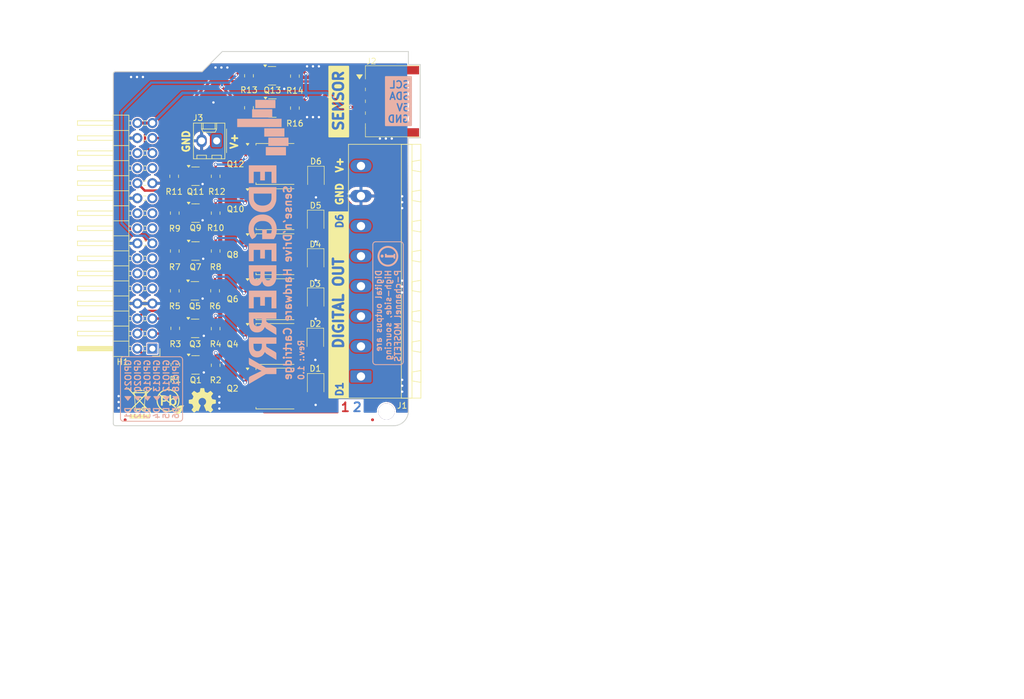
<source format=kicad_pcb>
(kicad_pcb (version 20240108) (generator "pcbnew") (generator_version "8.0")
  (layers (0 "F.Cu" signal) (31 "B.Cu" signal) (34 "B.Paste" user) (35 "F.Paste" user) (36 "B.SilkS" user "B.Silkscreen") (37 "F.SilkS" user "F.Silkscreen") (38 "B.Mask" user) (39 "F.Mask" user) (44 "Edge.Cuts" user))
  (net 0 "")
  (net 4 "SCL")
  (net 5 "SDA")
  (net 6 "+5V")
  (net 11 "SCL_5v")
  (net 12 "SDA_5v")
  (net 13 "+3V3")
  (net 18 "GND")
  (net 23 "Digital_out_1")
  (net 24 "Net-(Q1-C)")
  (net 25 "Net-(Q1-B)")
  (net 26 "+24V")
  (net 27 "DOUT_1")
  (net 28 "Net-(Q3-B)")
  (net 29 "Net-(Q3-C)")
  (net 30 "Net-(Q5-C)")
  (net 31 "Net-(Q5-B)")
  (net 32 "Net-(Q7-B)")
  (net 33 "Net-(Q10-G)")
  (net 34 "Net-(Q7-C)")
  (net 35 "Net-(Q11-C)")
  (net 36 "Net-(Q11-B)")
  (net 37 "Net-(Q9-B)")
  (net 38 "Digital_out_5")
  (net 39 "Digital_out_6")
  (net 40 "Digital_out_2")
  (net 41 "Digital_out_4")
  (net 42 "Digital_out_3")
  (net 43 "DOUT_2")
  (net 44 "DOUT_3")
  (net 45 "DOUT_4")
  (net 46 "DOUT_5")
  (net 47 "DOUT_6")
  (footprint "emcosys:Hole_M2.5_small" (layer "F.Cu") (at 171.3 132.6)
    (property "Reference" "REF**" (hide yes))
    (property "Value" "Hole_M2.5_small" (hide yes))
  )
  (footprint "Resistor_SMD:R_0805_2012Metric" (layer "F.Cu") (at 155.85 81.35 -90)
    (property "Reference" "R16")
    (property "Value" "10k")
  )
  (footprint "Resistor_SMD:R_0805_2012Metric" (layer "F.Cu") (at 142.475 92.865 90)
    (property "Reference" "R12")
    (property "Value" "22k")
  )
  (footprint "Resistor_SMD:R_0805_2012Metric" (layer "F.Cu") (at 135.575 105.4875 90)
    (property "Reference" "R7")
    (property "Value" "3k3")
  )
  (footprint "emcosys:S1BL_diode" (layer "F.Cu") (at 159.35 114.2265)
    (property "Reference" "D3")
    (property "Value" "S1BL")
  )
  (footprint "Connector_Molex:Molex_KK-254_AE-6410-02A_1x02_P2.54mm_Vertical" (layer "F.Cu") (at 142.645 86.88 180)
    (property "Reference" "J3")
    (property "Value" "Conn_01x02_Pin" (hide yes))
  )
  (footprint "" (layer "F.Cu") (at 168.95 134)
    (property "Reference" "")
    (property "Value" "")
  )
  (footprint "Package_TO_SOT_SMD:SOT-23" (layer "F.Cu") (at 139.075 92.865)
    (property "Reference" "Q11")
    (property "Value" "BC847")
  )
  (footprint "Connector_Phoenix_MSTB:PhoenixContact_MSTBA_2,5_8-G-5,08_1x08_P5.08mm_Horizontal" (layer "F.Cu") (at 167 126.68 90)
    (property "Reference" "J1")
    (property "Value" "Screw_Terminal_01x08")
  )
  (footprint "emcosys:Grove_SMD_right_angle" (layer "F.Cu") (at 175.5 80.2)
    (property "Reference" "J2")
    (property "Value" "Grove")
  )
  (footprint "Package_TO_SOT_SMD:TO-252-2" (layer "F.Cu") (at 152.59 128.7125)
    (property "Reference" "Q2")
    (property "Value" "FQD17P06TM")
  )
  (footprint "emcosys:S1BL_diode" (layer "F.Cu") (at 159.4 93.6765)
    (property "Reference" "D6")
    (property "Value" "S1BL")
  )
  (footprint "Fiducial:Fiducial_0.5mm_Mask1.5mm" (layer "F.Cu") (at 127.2 134)
    (property "Reference" "REF**" (hide yes))
    (property "Value" "Fiducial_0.5mm_Mask1.5mm" (hide yes))
  )
  (footprint "Package_TO_SOT_SMD:TO-252-2" (layer "F.Cu") (at 152.59 90.79)
    (property "Reference" "Q12")
    (property "Value" "FQD17P06TM" (hide yes))
  )
  (footprint "Resistor_SMD:R_0805_2012Metric" (layer "F.Cu") (at 142.475 99.0875 90)
    (property "Reference" "R10")
    (property "Value" "22k")
  )
  (footprint "Package_TO_SOT_SMD:SOT-23" (layer "F.Cu") (at 139.075 105.4875)
    (property "Reference" "Q7")
    (property "Value" "BC847")
  )
  (footprint "Resistor_SMD:R_0805_2012Metric" (layer "F.Cu") (at 135.65 118.55 90)
    (property "Reference" "R3")
    (property "Value" "3k3")
  )
  (footprint "Resistor_SMD:R_0805_2012Metric" (layer "F.Cu") (at 148.1 75.9 -90)
    (property "Reference" "R13")
    (property "Value" "10k")
  )
  (footprint "Resistor_SMD:R_0805_2012Metric" (layer "F.Cu") (at 135.675 124.7 90)
    (property "Reference" "R1")
    (property "Value" "3k3")
  )
  (footprint "Resistor_SMD:R_0805_2012Metric" (layer "F.Cu") (at 135.575 112.2125 90)
    (property "Reference" "R5")
    (property "Value" "3k3")
  )
  (footprint "Package_TO_SOT_SMD:SOT-23" (layer "F.Cu") (at 139.075 99.0875)
    (property "Reference" "Q9")
    (property "Value" "BC847")
  )
  (footprint "LOGO" (layer "F.Cu") (at 134.85 131.1)
    (property "Reference" "G***" (hide yes))
    (property "Value" "LOGO" (hide yes))
  )
  (footprint "emcosys:S1BL_diode" (layer "F.Cu") (at 159.35 107.6)
    (property "Reference" "D4")
    (property "Value" "S1BL")
  )
  (footprint "LOGO" (layer "F.Cu") (at 129.65 130.7)
    (property "Reference" "G***" (hide yes))
    (property "Value" "LOGO" (hide yes))
  )
  (footprint "emcosys:S1BL_diode" (layer "F.Cu") (at 159.35 128.6825)
    (property "Reference" "D1")
    (property "Value" "S1BL")
  )
  (footprint "Package_TO_SOT_SMD:TO-252-2" (layer "F.Cu") (at 152.59 113.63)
    (property "Reference" "Q6")
    (property "Value" "FQD17P06TM" (hide yes))
  )
  (footprint "Package_TO_SOT_SMD:TO-252-2" (layer "F.Cu") (at 152.59 121.19)
    (property "Reference" "Q4")
    (property "Value" "FQD17P06TM" (hide yes))
  )
  (footprint "Resistor_SMD:R_0805_2012Metric" (layer "F.Cu") (at 135.575 99.0875 90)
    (property "Reference" "R9")
    (property "Value" "3k3")
  )
  (footprint "Resistor_SMD:R_0805_2012Metric" (layer "F.Cu") (at 142.475 124.7875 90)
    (property "Reference" "R2")
    (property "Value" "22k")
  )
  (footprint "Package_TO_SOT_SMD:SOT-23" (layer "F.Cu") (at 139.0125 118.55)
    (property "Reference" "Q3")
    (property "Value" "BC847")
  )
  (footprint "LOGO" (layer "F.Cu") (at 140.2 130.7)
    (property "Reference" "G***" (hide yes))
    (property "Value" "LOGO" (hide yes))
  )
  (footprint "Resistor_SMD:R_0805_2012Metric" (layer "F.Cu") (at 155.85 75.95 -90)
    (property "Reference" "R14")
    (property "Value" "10k")
  )
  (footprint "Package_TO_SOT_SMD:TO-252-2" (layer "F.Cu") (at 152.59 106.03)
    (property "Reference" "Q8")
    (property "Value" "FQD17P06TM" (hide yes))
  )
  (footprint "emcosys:S1BL_diode" (layer "F.Cu") (at 159.35 101.0825)
    (property "Reference" "D5")
    (property "Value" "S1BL")
  )
  (footprint "Package_TO_SOT_SMD:SOT-23" (layer "F.Cu") (at 139.075 124.725)
    (property "Reference" "Q1")
    (property "Value" "BC847")
  )
  (footprint "Resistor_SMD:R_0805_2012Metric" (layer "F.Cu") (at 142.475 105.4875 90)
    (property "Reference" "R8")
    (property "Value" "22k")
  )
  (footprint "Connector_PinHeader_2.54mm:PinHeader_2x16_P2.54mm_Horizontal" (layer "F.Cu") (at 131.8 121.975 180)
    (property "Reference" "H1")
    (property "Value" "PinHeader_2x16_P2.54mm_Horizontal")
  )
  (footprint "emcosys:S1BL_diode" (layer "F.Cu") (at 159.3 121.0325)
    (property "Reference" "D2")
    (property "Value" "S1BL")
  )
  (footprint "Resistor_SMD:R_0805_2012Metric" (layer "F.Cu") (at 148.1 81.3 -90)
    (property "Reference" "R15")
    (property "Value" "10k")
  )
  (footprint "Resistor_SMD:R_0805_2012Metric" (layer "F.Cu") (at 142.375 112.2125 90)
    (property "Reference" "R6")
    (property "Value" "22k")
  )
  (footprint "Package_TO_SOT_SMD:SOT-23" (layer "F.Cu") (at 138.975 112.2125)
    (property "Reference" "Q5")
    (property "Value" "BC847")
  )
  (footprint "Fiducial:Fiducial_0.5mm_Mask1.5mm" (layer "F.Cu") (at 127.2 78)
    (property "Reference" "REF**" (hide yes))
    (property "Value" "Fiducial_0.5mm_Mask1.5mm" (hide yes))
  )
  (footprint "Package_TO_SOT_SMD:SOT-23" (layer "F.Cu") (at 151.9875 75.9)
    (property "Reference" "Q13")
    (property "Value" "BS170")
  )
  (footprint "Package_TO_SOT_SMD:SOT-23" (layer "F.Cu") (at 152.05 81.3375)
    (property "Reference" "Q14")
    (property "Value" "BS170" (hide yes))
  )
  (footprint "Resistor_SMD:R_0805_2012Metric" (layer "F.Cu") (at 135.475 92.865 90)
    (property "Reference" "R11")
    (property "Value" "3k3")
  )
  (footprint "Package_TO_SOT_SMD:TO-252-2" (layer "F.Cu") (at 152.59 98.43)
    (property "Reference" "Q10")
    (property "Value" "FQD17P06TM" (hide yes))
  )
  (footprint "Resistor_SMD:R_0805_2012Metric" (layer "F.Cu") (at 142.475 118.6 90)
    (property "Reference" "R4")
    (property "Value" "22k")
  )
  (footprint "LOGO" (layer "B.Cu") (at 171.546447 106.373223 -90)
    (property "Reference" "G***" (hide yes))
    (property "Value" "LOGO" (hide yes))
  )
  (footprint "LOGO" (layer "B.Cu") (at 150.4 104.3 -90)
    (property "Reference" "G***" (hide yes))
    (property "Value" "LOGO" (hide yes))
  )
  (gr_arc (start 169.5 124.673223) (mid 169.146477 124.52676) (end 169 124.173223) (stroke (width 0.15)) (layer "B.SilkS"))
  (gr_line (start 126.907106 123.353553) (end 136.4 123.353553) (stroke (width 0.15)) (layer "B.SilkS"))
  (gr_arc (start 126.407106 123.853553) (mid 126.553566 123.500013) (end 126.907106 123.353553) (stroke (width 0.15)) (layer "B.SilkS"))
  (gr_line (start 126.407106 133.746447) (end 126.407106 123.853553) (stroke (width 0.15)) (layer "B.SilkS"))
  (gr_poly (pts (xy 134.661353 130.065) (xy 134.153353 130.7) (xy 133.645353 130.065)) (stroke (width 0.15)) (fill solid) (layer "B.SilkS"))
  (gr_line (start 173.642894 124.66967) (end 169.5 124.673223) (stroke (width 0.15)) (layer "B.SilkS"))
  (gr_line (start 169 124.173223) (end 169 104.426776) (stroke (width 0.15)) (layer "B.SilkS"))
  (gr_line (start 174.142894 104.426776) (end 174.142894 124.16967) (stroke (width 0.15)) (layer "B.SilkS"))
  (gr_arc (start 136.4 123.353553) (mid 136.75354 123.500013) (end 136.9 123.853553) (stroke (width 0.15)) (layer "B.SilkS"))
  (gr_arc (start 174.142894 124.16967) (mid 173.996434 124.52321) (end 173.642894 124.66967) (stroke (width 0.15)) (layer "B.SilkS"))
  (gr_arc (start 169 104.426776) (mid 169.14646 104.073236) (end 169.5 103.926776) (stroke (width 0.15)) (layer "B.SilkS"))
  (gr_line (start 136.9 123.853553) (end 136.9 133.746447) (stroke (width 0.15)) (layer "B.SilkS"))
  (gr_poly (pts (xy 133.061553 130.065) (xy 132.553553 130.7) (xy 132.045553 130.065)) (stroke (width 0.15)) (fill solid) (layer "B.SilkS"))
  (gr_line (start 169.5 103.926776) (end 173.642894 103.926776) (stroke (width 0.15)) (layer "B.SilkS"))
  (gr_poly (pts (xy 136.261553 130.065) (xy 135.753553 130.7) (xy 135.245553 130.065)) (stroke (width 0.15)) (fill solid) (layer "B.SilkS"))
  (gr_arc (start 173.642894 103.926776) (mid 173.996434 104.073236) (end 174.142894 104.426776) (stroke (width 0.15)) (layer "B.SilkS"))
  (gr_poly (pts (xy 128.169553 130.065) (xy 127.661553 130.7) (xy 127.153553 130.065)) (stroke (width 0.15)) (fill solid) (layer "B.SilkS"))
  (gr_line (start 136.4 134.246447) (end 126.907106 134.246447) (stroke (width 0.15)) (layer "B.SilkS"))
  (gr_poly (pts (xy 131.461353 130.065) (xy 130.953353 130.7) (xy 130.445353 130.065)) (stroke (width 0.15)) (fill solid) (layer "B.SilkS"))
  (gr_arc (start 126.907106 134.246447) (mid 126.553566 134.099987) (end 126.407106 133.746447) (stroke (width 0.15)) (layer "B.SilkS"))
  (gr_arc (start 136.9 133.746447) (mid 136.75354 134.099987) (end 136.4 134.246447) (stroke (width 0.15)) (layer "B.SilkS"))
  (gr_poly (pts (xy 129.794753 130.065) (xy 129.286753 130.7) (xy 128.778753 130.065)) (stroke (width 0.15)) (fill solid) (layer "B.SilkS"))
  (gr_poly (pts (xy 131.3 133.7) (xy 128 133.7) (xy 128 133.2) (xy 131.3 133.2)) (stroke (width 0.15)) (fill solid) (layer "F.SilkS"))
  (gr_line (start 177 74) (end 175 74) (stroke (width 0.15)) (layer "Edge.Cuts"))
  (gr_line (start 175 74) (end 175 71.8) (stroke (width 0.15)) (layer "Edge.Cuts"))
  (gr_line (start 143.6 71.8) (end 140.2 75.2) (stroke (width 0.15)) (layer "Edge.Cuts"))
  (gr_arc (start 125.2 75.575) (mid 125.309835 75.309835) (end 125.575 75.2) (stroke (width 0.15)) (layer "Edge.Cuts"))
  (gr_arc (start 125.575 135) (mid 125.309835 134.890165) (end 125.2 134.625) (stroke (width 0.15)) (layer "Edge.Cuts"))
  (gr_line (start 177 86.4) (end 175 86.4) (stroke (width 0.15)) (layer "Edge.Cuts"))
  (gr_arc (start 175 132.5) (mid 174.267767 134.267767) (end 172.5 135) (stroke (width 0.15)) (layer "Edge.Cuts"))
  (gr_line (start 175 86.4) (end 175 132.5) (stroke (width 0.15)) (layer "Edge.Cuts"))
  (gr_line (start 140.2 75.2) (end 125.575 75.2) (stroke (width 0.15)) (layer "Edge.Cuts"))
  (gr_line (start 125.575 135) (end 172.5 135) (stroke (width 0.15)) (layer "Edge.Cuts"))
  (gr_line (start 125.2 75.575) (end 125.2 134.625) (stroke (width 0.15)) (layer "Edge.Cuts"))
  (gr_line (start 177 86.4) (end 177 74) (stroke (width 0.15)) (layer "Edge.Cuts"))
  (gr_line (start 175 71.8) (end 143.6 71.8) (stroke (width 0.15)) (layer "Edge.Cuts"))
  (gr_text "1" (at 163.45 132.75 0) (layer "F.Cu") (effects (font (size 1.5 1.5) (thickness 0.3) (bold yes)) (justify left bottom)))
  (gr_text "2" (at 165.45 132.75 0) (layer "B.Cu") (effects (font (size 1.5 1.5) (thickness 0.3) (bold yes)) (justify left bottom)))
  (gr_text "Digital outpus are\nHigh-side, sourcing\nP-channel MOSFETS" (at 173.796447 108.573223 90) (layer "B.SilkS") (effects (font (size 1 1) (thickness 0.2) (bold yes)) (justify left bottom mirror)))
  (gr_text "GPIO21\nGPIO20\nGPIO16\nGPIO13\nGPIO12\nGPIO18" (at 131.739153 123.7126 90) (layer "B.SilkS") (effects (font (size 1 1) (thickness 0.2)) (justify left mirror)))
  (gr_text "Rev.: 1.0" (at 157.5 120.4 90) (layer "B.SilkS") (effects (font (size 1 1) (thickness 0.2) (bold yes)) (justify left bottom mirror)))
  (gr_text "Sense'n'Drive Hardware Cartridge" (at 155.4 94.3 90) (layer "B.SilkS") (effects (font (size 1.3 1.3) (thickness 0.26) (bold yes)) (justify left bottom mirror)))
  (gr_text "SCL\nSDA\n5V\nGND" (at 175.35 83.9 0) (layer "B.SilkS" knockout) (effects (font (size 1.2 1.2) (thickness 0.24) (bold yes)) (justify left bottom mirror)))
  (gr_text "D1\nD2\nD3\nD4\nD5\nD6" (at 131.725153 131.7414 90) (layer "B.SilkS") (effects (font (size 1 1) (thickness 0.2)) (justify left mirror)))
  (gr_text "V+" (at 164.1 92.4 90) (layer "F.SilkS") (effects (font (size 1.2 1.2) (thickness 0.3) (bold yes)) (justify left bottom)))
  (gr_text "SENSOR" (at 164.2 85.4 90) (layer "F.SilkS" knockout) (effects (font (size 1.7 1.7) (thickness 0.425) (bold yes)) (justify left bottom)))
  (gr_text "GND" (at 138.2 89 90) (layer "F.SilkS") (effects (font (size 1.2 1.2) (thickness 0.3) (bold yes)) (justify left bottom)))
  (gr_text "V+" (at 146.3 88.4 90) (layer "F.SilkS") (effects (font (size 1.2 1.2) (thickness 0.3) (bold yes)) (justify left bottom)))
  (gr_text "D1" (at 164.1 130.2 90) (layer "F.SilkS" knockout) (effects (font (size 1.2 1.2) (thickness 0.3) (bold yes)) (justify left bottom)))
  (gr_text "DIGITAL OUT" (at 164.2 122.2 90) (layer "F.SilkS" knockout) (effects (font (size 1.7 1.7) (thickness 0.425) (bold yes)) (justify left bottom)))
  (gr_text "GND" (at 164.1 97.9 90) (layer "F.SilkS") (effects (font (size 1.2 1.2) (thickness 0.3) (bold yes)) (justify left bottom)))
  (gr_text "D6" (at 164.1 101.8 90) (layer "F.SilkS" knockout) (effects (font (size 1.2 1.2) (thickness 0.3) (bold yes)) (justify left bottom)))
  (segment (start 133.325 85.125) (end 131.282233 85.125) (width 0.4) (layer "F.Cu") (net 4))
  (segment (start 148.1 76.8125) (end 141.6375 76.8125) (width 0.4) (layer "F.Cu") (net 4))
  (segment (start 148.1 76.8125) (end 151.0125 76.8125) (width 0.4) (layer "F.Cu") (net 4))
  (segment (start 130.55 87.705) (end 131.8 88.955) (width 0.4) (layer "F.Cu") (net 4))
  (segment (start 151.0125 76.8125) (end 151.05 76.85) (width 0.4) (layer "F.Cu") (net 4))
  (segment (start 141.6375 76.8125) (end 133.325 85.125) (width 0.4) (layer "F.Cu") (net 4))
  (segment (start 130.55 85.857233) (end 130.55 87.705) (width 0.4) (layer "F.Cu") (net 4))
  (segment (start 131.282233 85.125) (end 130.55 85.857233) (width 0.4) (layer "F.Cu") (net 4))
  (segment (start 133.002081 86.415) (end 137.204581 82.2125) (width 0.4) (layer "F.Cu") (net 5))
  (segment (start 137.204581 82.2125) (end 148.1 82.2125) (width 0.4) (layer "F.Cu") (net 5))
  (segment (start 151.0375 82.2125) (end 151.1125 82.2875) (width 0.4) (layer "F.Cu") (net 5))
  (segment (start 131.8 86.415) (end 133.002081 86.415) (width 0.4) (layer "F.Cu") (net 5))
  (segment (start 148.1 82.2125) (end 151.0375 82.2125) (width 0.4) (layer "F.Cu") (net 5))
  (segment (start 129.26 83.875) (end 131.8 83.875) (width 0.5) (layer "F.Cu") (net 6))
  (segment (start 157.0125 80.4375) (end 157.75 79.7) (width 0.5) (layer "F.Cu") (net 6))
  (segment (start 155.85 75.0375) (end 157.1875 75.0375) (width 0.5) (layer "F.Cu") (net 6))
  (segment (start 167.5 81.2) (end 165.25 81.2) (width 0.5) (layer "F.Cu") (net 6))
  (segment (start 155.85 80.4375) (end 157.0125 80.4375) (width 0.5) (layer "F.Cu") (net 6))
  (segment (start 157.1875 75.0375) (end 157.7 75.55) (width 0.5) (layer "F.Cu") (net 6))
  (via (at 157.7 75.55) (size 0.5) (drill 0.3) (layers "F.Cu" "B.Cu") (net 6))
  (via (at 157.75 79.7) (size 0.5) (drill 0.3) (layers "F.Cu" "B.Cu") (net 6))
  (via (at 165.25 81.2) (size 0.5) (drill 0.3) (layers "F.Cu" "B.Cu") (net 6))
  (segment (start 165.25 81.2) (end 163.65 81.2) (width 0.5) (layer "B.Cu") (net 6))
  (segment (start 163.65 81.2) (end 161.25 78.8) (width 0.5) (layer "B.Cu") (net 6))
  (segment (start 157.7 75.55) (end 157.7 78.75) (width 0.5) (layer "B.Cu") (net 6))
  (segment (start 157.75 78.8) (end 136.875 78.8) (width 0.5) (layer "B.Cu") (net 6))
  (segment (start 161.25 78.8) (end 157.75 78.8) (width 0.5) (layer "B.Cu") (net 6))
  (segment (start 157.75 79.7) (end 157.75 78.8) (width 0.5) (layer "B.Cu") (net 6))
  (segment (start 157.7 78.75) (end 157.75 78.8) (width 0.5) (layer "B.Cu") (net 6))
  (segment (start 136.875 78.8) (end 131.8 83.875) (width 0.5) (layer "B.Cu") (net 6))
  (segment (start 159.15 77.2) (end 167.5 77.2) (width 0.4) (layer "F.Cu") (net 11))
  (segment (start 155.0125 76.8625) (end 155.85 76.8625) (width 0.4) (layer "F.Cu") (net 11))
  (segment (start 154.05 75.9) (end 155.0125 76.8625) (width 0.4) (layer "F.Cu") (net 11))
  (segment (start 158.8125 76.8625) (end 159.15 77.2) (width 0.4) (layer "F.Cu") (net 11))
  (segment (start 152.925 75.9) (end 154.05 75.9) (width 0.4) (layer "F.Cu") (net 11))
  (segment (start 155.85 76.8625) (end 158.8125 76.8625) (width 0.4) (layer "F.Cu") (net 11))
  (segment (start 155.85 82.2625) (end 155.935 82.1775) (width 0.4) (layer "F.Cu") (net 12))
  (segment (start 152.9875 81.3375) (end 153.8875 81.3375) (width 0.4) (layer "F.Cu") (net 12))
  (segment (start 154.8125 82.2625) (end 155.85 82.2625) (width 0.4) (layer "F.Cu") (net 12))
  (segment (start 155.935 82.1775) (end 157.8725 82.1775) (width 0.4) (layer "F.Cu") (net 12))
  (segment (start 160.85 79.2) (end 167.5 79.2) (width 0.4) (layer "F.Cu") (net 12))
  (segment (start 157.8725 82.1775) (end 160.85 79.2) (width 0.4) (layer "F.Cu") (net 12))
  (segment (start 153.8875 81.3375) (end 154.8125 82.2625) (width 0.4) (layer "F.Cu") (net 12))
  (segment (start 151.0125 74.9875) (end 151.05 74.95) (width 0.4) (layer "F.Cu") (net 13))
  (segment (start 148.1 74.9875) (end 151.0125 74.9875) (width 0.4) (layer "F.Cu") (net 13))
  (segment (start 148.1 80.3875) (end 151.1125 80.3875) (width 0.4) (layer "F.Cu") (net 13))
  (segment (start 146.7125 74.9875) (end 145.95 75.75) (width 0.4) (layer "F.Cu") (net 13))
  (segment (start 148.1 80.3875) (end 146.1375 80.3875) (width 0.4) (layer "F.Cu") (net 13))
  (segment (start 148.1 74.9875) (end 146.7125 74.9875) (width 0.4) (layer "F.Cu") (net 13))
  (segment (start 146.1375 80.3875) (end 143.55 77.8) (width 0.4) (layer "F.Cu") (net 13))
  (via (at 143.55 77.8) (size 0.5) (drill 0.3) (layers "F.Cu" "B.Cu") (net 13))
  (via (at 145.95 75.75) (size 0.5) (drill 0.3) (layers "F.Cu" "B.Cu") (net 13))
  (segment (start 143.55 77.8) (end 143.55 77.05) (width 0.4) (layer "B.Cu") (net 13))
  (segment (start 126.6 82.05) (end 126.6 100.762767) (width 0.4) (layer "B.Cu") (net 13))
  (segment (start 128.742233 102.905) (end 130.51 102.905) (width 0.4) (layer "B.Cu") (net 13))
  (segment (start 130.51 102.905) (end 131.8 104.195) (width 0.4) (layer "B.Cu") (net 13))
  (segment (start 131.6 77.05) (end 126.6 82.05) (width 0.4) (layer "B.Cu") (net 13))
  (segment (start 145.95 75.75) (end 144.65 77.05) (width 0.4) (layer "B.Cu") (net 13))
  (segment (start 143.55 77.05) (end 131.6 77.05) (width 0.4) (layer "B.Cu") (net 13))
  (segment (start 126.6 100.762767) (end 128.742233 102.905) (width 0.4) (layer "B.Cu") (net 13))
  (segment (start 144.65 77.05) (end 143.55 77.05) (width 0.4) (layer "B.Cu") (net 13))
  (segment (start 159.4 95.1765) (end 159.4 96.4325) (width 0.4) (layer "F.Cu") (net 18))
  (segment (start 159.3 122.5325) (end 159.3 123.8825) (width 0.4) (layer "F.Cu") (net 18))
  (segment (start 159.35 109.1) (end 159.35 110.406) (width 0.4) (layer "F.Cu") (net 18))
  (segment (start 159.35 115.7265) (end 159.35 116.9325) (width 0.4) (layer "F.Cu") (net 18))
  (segment (start 159.35 130.1825) (end 159.35 131.4825) (width 0.4) (layer "F.Cu") (net 18))
  (segment (start 159.35 102.5825) (end 159.35 103.8825) (width 0.4) (layer "F.Cu") (net 18))
  (via (at 159.35 110.406) (size 0.6) (drill 0.4) (layers "F.Cu" "B.Cu") (net 18))
  (via (at 143.1 131.1) (size 0.6) (drill 0.4) (layers "F.Cu" "B.Cu") (net 18))
  (via (at 142.1 80.4) (size 0.6) (drill 0.4) (layers "F.Cu" "B.Cu") (net 18))
  (via (at 159.3 123.8825) (size 0.6) (drill 0.4) (layers "F.Cu" "B.Cu") (net 18))
  (via (at 143.1 132.1) (size 0.6) (drill 0.4) (layers "F.Cu" "B.Cu") (net 18))
  (via (at 173.95 97.25) (size 0.6) (drill 0.4) (layers "F.Cu" "B.Cu") (net 18))
  (via (at 172.2 86.5) (size 0.6) (drill 0.4) (layers "F.Cu" "B.Cu") (net 18))
  (via (at 173.95 111.5) (size 0.6) (drill 0.4) (layers "F.Cu" "B.Cu") (net 18))
  (via (at 159.35 103.8825) (size 0.6) (drill 0.4) (layers "F.Cu" "B.Cu") (net 18))
  (via (at 158.9 74.3) (size 0.6) (drill 0.4) (layers "F.Cu" "B.Cu") (net 18))
  (via (at 173.95 98.25) (size 0.6) (drill 0.4) (layers "F.Cu" "B.Cu") (net 18))
  (via (at 159.9 74.3) (size 0.6) (drill 0.4) (layers "F.Cu" "B.Cu") (net 18))
  (via (at 157.9 82.8775) (size 0.6) (drill 0.4) (layers "F.Cu" "B.Cu") (net 18))
  (via (at 129.2 76.1) (size 0.6) (drill 0.4) (layers "F.Cu" "B.Cu") (net 18))
  (via (at 126.1 131) (size 0.6) (drill 0.4) (layers "F.Cu" "B.Cu") (net 18))
  (via (at 171.2 86.5) (size 0.6) (drill 0.4) (layers "F.Cu" "B.Cu") (net 18))
  (via (at 173.95 96.25) (size 0.6) (drill 0.4) (layers "F.Cu" "B.Cu") (net 18))
  (via (at 170.2 86.5) (size 0.6) (drill 0.4) (layers "F.Cu" "B.Cu") (net 18))
  (via (at 159.35 116.9325) (size 0.6) (drill 0.4) (layers "F.Cu" "B.Cu") (net 18))
  (via (at 126.1 132) (size 0.6) (drill 0.4) (layers "F.Cu" "B.Cu") (net 18))
  (via (at 144.45 74.5) (size 0.6) (drill 0.4) (layers "F.Cu" "B.Cu") (net 18))
  (via (at 173.95 129.25) (size 0.6) (drill 0.4) (layers "F.Cu" "B.Cu") (net 18))
  (via (at 159.4 96.4325) (size 0.6) (drill 0.4) (layers "F.Cu" "B.Cu") (net 18))
  (via (at 140.275 113.525) (size 0.6) (drill 0.4) (layers "F.Cu" "B.Cu") (net 18))
  (via (at 143.45 74.5) (size 0.6) (drill 0.4) (layers "F.Cu" "B.Cu") (net 18))
  (via (at 143.1 130.1) (size 0.6) (drill 0.4) (layers "F.Cu" "B.Cu") (net 18))
  (via (at 173.95 112.5) (size 0.6) (drill 0.4) (layers "F.Cu" "B.Cu") (net 18))
  (via (at 140.275 100.3) (size 0.6) (drill 0.4) (layers "F.Cu" "B.Cu") (net 18))
  (via (at 159.9 82.8775) (size 0.6) (drill 0.4) (layers "F.Cu" "B.Cu") (net 18))
  (via (at 140.475 119.8125) (size 0.6) (drill 0.4) (layers "F.Cu" "B.Cu") (net 18))
  (via (at 157.9 74.3) (size 0.6) (drill 0.4) (layers "F.Cu" "B.Cu") (net 18))
  (via (at 140.375 106.8) (size 0.6) (drill 0.4) (layers "F.Cu" "B.Cu") (net 18))
  (via (at 130.2 76.1) (size 0.6) (drill 0.4) (layers "F.Cu" "B.Cu") (net 18))
  (via (at 142.45 74.5) (size 0.6) (drill 0.4) (layers "F.Cu" "B.Cu") (net 18))
  (via (at 140.275 94.1775) (size 0.6) (drill 0.4) (layers "F.Cu" "B.Cu") (net 18))
  (via (at 173.95 127.25) (size 0.6) (drill 0.4) (layers "F.Cu" "B.Cu") (net 18))
  (via (at 173.95 110.5) (size 0.6) (drill 0.4) (layers "F.Cu" "B.Cu") (net 18))
  (via (at 154.05 78.1) (size 0.6) (drill 0.4) (layers "F.Cu" "B.Cu") (net 18))
  (via (at 128.2 76.1) (size 0.6) (drill 0.4) (layers "F.Cu" "B.Cu") (net 18))
  (via (at 158.9 82.8775) (size 0.6) (drill 0.4) (layers "F.Cu" "B.Cu") (net 18))
  (via (at 173.95 128.25) (size 0.6) (drill 0.4) (layers "F.Cu" "B.Cu") (net 18))
  (via (at 140.475 126) (size 0.6) (drill 0.4) (layers "F.Cu" "B.Cu") (net 18))
  (via (at 126.1 130) (size 0.6) (drill 0.4) (layers "F.Cu" "B.Cu") (net 18))
  (via (at 159.35 131.4825) (size 0.6) (drill 0.4) (layers "F.Cu" "B.Cu") (net 18))
  (segment (start 141.8 123.875) (end 142.475 123.875) (width 0.4) (layer "F.Cu") (net 24))
  (segment (start 140.95 124.725) (end 141.8 123.875) (width 0.4) (layer "F.Cu") (net 24))
  (segment (start 147.55 126.4325) (end 147.55 127.585) (width 0.4) (layer "F.Cu") (net 24))
  (segment (start 142.475 123.875) (end 142.475 122.7) (width 0.4) (layer "F.Cu") (net 24))
  (segment (start 140.0125 124.725) (end 140.95 124.725) (width 0.4) (layer "F.Cu") (net 24))
  (segment (start 147.55 127.585) (end 147.425 127.71) (width 0.4) (layer "F.Cu") (net 24))
  (via (at 147.425 127.71) (size 0.6) (drill 0.4) (layers "F.Cu" "B.Cu") (net 24))
  (via (at 142.475 122.7) (size 0.6) (drill 0.4) (layers "F.Cu" "B.Cu") (net 24))
  (segment (start 142.475 122.7) (end 142.475 122.76) (width 0.4) (layer "B.Cu") (net 24))
  (segment (start 142.475 122.76) (end 147.425 127.71) (width 0.4) (layer "B.Cu") (net 24))
  (segment (start 135.675 123.7875) (end 138.125 123.7875) (width 0.4) (layer "F.Cu") (net 25))
  (segment (start 138.125 123.7875) (end 138.1375 123.775) (width 0.4) (layer "F.Cu") (net 25))
  (segment (start 147.55 93.07) (end 144.765 93.07) (width 0.4) (layer "F.Cu") (net 26))
  (segment (start 144.625 114.51) (end 144.725 114.61) (width 0.4) (layer "F.Cu") (net 26))
  (segment (start 142.475 93.7775) (end 144.5925 93.7775) (width 0.4) (layer "F.Cu") (net 26))
  (segment (start 144.7125 105.5975) (end 144.725 105.61) (width 0.4) (layer "F.Cu") (net 26))
  (segment (start 144.5925 93.7775) (end 144.725 93.91) (width 0.4) (layer "F.Cu") (net 26))
  (segment (start 144.725 105.61) (end 144.725 100.71) (width 0.4) (layer "F.Cu") (net 26))
  (segment (start 144.5475 106.3325) (end 144.725 106.51) (width 0.4) (layer "F.Cu") (net 26))
  (segment (start 144.725 106.51) (end 144.725 105.61) (width 0.4) (layer "F.Cu") (net 26))
  (segment (start 144.725 113.21) (end 144.725 113.0325) (width 0.4) (layer "F.Cu") (net 26))
  (segment (start 144.725 120.71) (end 144.725 119.5325) (width 0.4) (layer "F.Cu") (net 26))
  (segment (start 144.725 113.71) (end 144.725 113.21) (width 0.4) (layer "F.Cu") (net 26))
  (segment (start 144.725 125.6325) (end 144.725 123.51) (width 0.4) (layer "F.Cu") (net 26))
  (segment (start 144.7125 90.2975) (end 144.725 90.31) (width 0.4) (layer "F.Cu") (net 26))
  (segment (start 147.55 115.91) (end 144.725 115.91) (width 0.4) (layer "F.Cu") (net 26))
  (segment (start 142.475 106.4) (end 144.615 106.4) (width 0.4) (layer "F.Cu") (net 26))
  (segment (start 144.6375 119.445) (end 144.725 119.5325) (width 0.4) (layer "F.Cu") (net 26))
  (segment (start 144.625 121.31) (end 144.725 121.41) (width 0.4) (layer "F.Cu") (net 26))
  (segment (start 144.725 99.8325) (end 144.725 99.31) (width 0.4) (layer "F.Cu") (net 26))
  (segment (start 142.375 113.125) (end 144.6325 113.125) (width 0.4) (layer "F.Cu") (net 26))
  (segment (start 144.7125 113.1975) (end 144.725 113.21) (width 0.4) (layer "F.Cu") (net 26))
  (segment (start 144.725 121.01) (end 144.725 120.71) (width 0.4) (layer "F.Cu") (net 26))
  (segment (start 144.625 99.21) (end 144.725 99.31) (width 0.4) (layer "F.Cu") (net 26))
  (segment (start 147.55 123.47) (end 144.765 123.47) (width 0.4) (layer "F.Cu") (net 26))
  (segment (start 144.725 108.31) (end 144.725 107.81) (width 0.4) (layer "F.Cu") (net 26))
  (segment (start 144.725 98.01) (end 144.725 93.91) (width 0.4) (layer "F.Cu") (net 26))
  (segment (start 144.725 99.31) (end 144.725 98.01) (width 0.4) (layer "F.Cu") (net 26))
  (segment (start 144.625 99.9325) (end 144.725 99.8325) (width 0.4) (layer "F.Cu") (net 26))
  (segment (start 144.725 93.11) (end 144.725 91.81) (width 0.4) (layer "F.Cu") (net 26))
  (segment (start 144.625 100.81) (end 144.725 100.71) (width 0.4) (layer "F.Cu") (net 26))
  (segment (start 144.525 107.61) (end 144.725 107.81) (width 0.4) (layer "F.Cu") (net 26))
  (segment (start 144.705 119.5125) (end 144.725 119.5325) (width 0.4) (layer "F.Cu") (net 26))
  (segment (start 144.725 128.21) (end 144.725 125.6325) (width 0.4) (layer "F.Cu") (net 26))
  (segment (start 142.475 119.5125) (end 144.705 119.5125) (width 0.4) (layer "F.Cu") (net 26))
  (segment (start 144.7125 97.9975) (end 144.725 98.01) (width 0.4) (layer "F.Cu") (net 26))
  (segment (start 144.765 123.47) (end 144.725 123.51) (width 0.4) (layer "F.Cu") (net 26))
  (segment (start 147.55 130.9925) (end 145.4075 130.9925) (width 0.4) (layer "F.Cu") (net 26))
  (segment (start 144.725 115.91) (end 144.725 114.61) (width 0.4) (layer "F.Cu") (net 26))
  (segment (start 144.765 93.07) (end 144.725 93.11) (width 0.4) (layer "F.Cu") (net 26))
  (segment (start 144.725 113.0325) (end 144.725 108.31) (width 0.4) (layer "F.Cu") (net 26))
  (segment (start 144.725 93.91) (end 144.725 93.11) (width 0.4) (layer "F.Cu") (net 26))
  (segment (start 144.725 119.5325) (end 144.725 115.91) (width 0.4) (layer "F.Cu") (net 26))
  (segment (start 144.725 121.41) (end 144.725 121.01) (width 0.4) (layer "F.Cu") (net 26))
  (segment (start 144.725 90.31) (end 144.725 86.91) (width 0.4) (layer "F.Cu") (net 26))
  (segment (start 144.725 114.61) (end 144.725 113.71) (width 0.4) (layer "F.Cu") (net 26))
  (segment (start 144.725 130.31) (end 144.725 128.21) (width 0.4) (layer "F.Cu") (net 26))
  (segment (start 144.725 100.71) (end 144.725 99.8325) (width 0.4) (layer "F.Cu") (net 26))
  (segment (start 144.7125 120.6975) (end 144.725 120.71) (width 0.4) (layer "F.Cu") (net 26))
  (segment (start 147.55 108.31) (end 144.725 108.31) (width 0.4) (layer "F.Cu") (net 26))
  (segment (start 144.725 107.81) (end 144.725 106.51) (width 0.4) (layer "F.Cu") (net 26))
  (segment (start 144.725 91.81) (end 144.725 90.31) (width 0.4) (layer "F.Cu") (net 26))
  (segment (start 142.475 125.7) (end 144.6575 125.7) (width 0.4) (layer "F.Cu") (net 26))
  (segment (start 144.725 123.51) (end 144.725 121.41) (width 0.4) (layer "F.Cu") (net 26))
  (segment (start 144.5575 100) (end 144.625 99.9325) (width 0.4) (layer "F.Cu") (net 26))
  (segment (start 144.725 86.91) (end 144.625 86.81) (width 0.4) (layer "F.Cu") (net 26))
  (segment (start 144.625 128.11) (end 144.725 128.21) (width 0.4) (layer "F.Cu") (net 26))
  (segment (start 145.4075 130.9925) (end 144.725 130.31) (width 0.4) (layer "F.Cu") (net 26))
  (segment (start 144.7 113.0575) (end 144.725 113.0325) (width 0.4) (layer "F.Cu") (net 26))
  (segment (start 144.525 100.71) (end 144.625 100.81) (width 0.4) (layer "F.Cu") (net 26))
  (segment (start 144.615 106.4) (end 144.725 106.51) (width 0.4) (layer "F.Cu") (net 26))
  (segment (start 142.475 100) (end 144.5575 100) (width 0.4) (layer "F.Cu") (net 26))
  (segment (start 144.625 113.81) (end 144.725 113.71) (width 0.4) (layer "F.Cu") (net 26))
  (segment (start 144.6325 113.125) (end 144.7 113.0575) (width 0.4) (layer "F.Cu") (net 26))
  (segment (start 144.6575 125.7) (end 144.725 125.6325) (width 0.4) (layer "F.Cu") (net 26))
  (segment (start 147.55 100.71) (end 144.725 100.71) (width 0.4) (layer "F.Cu") (net 26))
  (segment (start 132.8975 125.6125) (end 135.675 125.6125) (width 0.4) (layer "F.Cu") (net 27))
  (segment (start 129.26 121.975) (end 132.8975 125.6125) (width 0.4) (layer "F.Cu") (net 27))
  (segment (start 135.65 117.6375) (end 138.0375 117.6375) (width 0.4) (layer "F.Cu") (net 28))
  (segment (start 138.0375 117.6375) (end 138.075 117.6) (width 0.4) (layer "F.Cu") (net 28))
  (segment (start 140.8375 118.55) (end 141.7 117.6875) (width 0.4) (layer "F.Cu") (net 29))
  (segment (start 147.55 118.91) (end 147.55 119.985) (width 0.4) (layer "F.Cu") (net 29))
  (segment (start 139.95 118.55) (end 140.8375 118.55) (width 0.4) (layer "F.Cu") (net 29))
  (segment (start 147.55 119.985) (end 147.425 120.11) (width 0.4) (layer "F.Cu") (net 29))
  (segment (start 141.7 117.6875) (end 142.475 117.6875) (width 0.4) (layer "F.Cu") (net 29))
  (segment (start 142.475 117.6875) (end 142.475 116.4125) (width 0.4) (layer "F.Cu") (net 29))
  (via (at 147.425 120.11) (size 0.6) (drill 0.4) (layers "F.Cu" "B.Cu") (net 29))
  (via (at 142.475 116.4125) (size 0.6) (drill 0.4) (layers "F.Cu" "B.Cu") (net 29))
  (segment (start 142.475 116.4125) (end 143.7275 116.4125) (width 0.4) (layer "B.Cu") (net 29))
  (segment (start 143.7275 116.4125) (end 147.425 120.11) (width 0.4) (layer "B.Cu") (net 29))
  (segment (start 141.7 111.3) (end 142.375 111.3) (width 0.4) (layer "F.Cu") (net 30))
  (segment (start 139.9125 112.2125) (end 140.7875 112.2125) (width 0.4) (layer "F.Cu") (net 30))
  (segment (start 142.375 111.3) (end 142.375 109.825) (width 0.4) (layer "F.Cu") (net 30))
  (segment (start 140.7875 112.2125) (end 141.7 111.3) (width 0.4) (layer "F.Cu") (net 30))
  (segment (start 147.55 111.35) (end 147.55 112.285) (width 0.4) (layer "F.Cu") (net 30))
  (segment (start 147.55 112.285) (end 147.225 112.61) (width 0.4) (layer "F.Cu") (net 30))
  (via (at 142.375 109.825) (size 0.6) (drill 0.4) (layers "F.Cu" "B.Cu") (net 30))
  (via (at 147.225 112.61) (size 0.6) (drill 0.4) (layers "F.Cu" "B.Cu") (net 30))
  (segment (start 142.375 109.825) (end 144.44 109.825) (width 0.4) (layer "B.Cu") (net 30))
  (segment (start 144.44 109.825) (end 147.225 112.61) (width 0.4) (layer "B.Cu") (net 30))
  (segment (start 138 111.3) (end 138.0375 111.2625) (width 0.4) (layer "F.Cu") (net 31))
  (segment (start 135.575 111.3) (end 138 111.3) (width 0.4) (layer "F.Cu") (net 31))
  (segment (start 138.1 104.575) (end 138.1375 104.5375) (width 0.4) (layer "F.Cu") (net 32))
  (segment (start 135.575 104.575) (end 138.1 104.575) (width 0.4) (layer "F.Cu") (net 32))
  (segment (start 140.8875 99.0875) (end 141.8 98.175) (width 0.4) (layer "F.Cu") (net 33))
  (segment (start 141.8 98.175) (end 142.475 98.175) (width 0.4) (layer "F.Cu") (net 33))
  (segment (start 142.475 98.175) (end 142.475 97) (width 0.4) (layer "F.Cu") (net 33))
  (segment (start 147.55 96.15) (end 147.55 97.285) (width 0.4) (layer "F.Cu") (net 33))
  (segment (start 140.0125 99.0875) (end 140.8875 99.0875) (width 0.4) (layer "F.Cu") (net 33))
  (segment (start 147.55 97.285) (end 147.425 97.41) (width 0.4) (layer "F.Cu") (net 33))
  (via (at 147.425 97.41) (size 0.6) (drill 0.4) (layers "F.Cu" "B.Cu") (net 33))
  (via (at 142.475 97) (size 0.6) (drill 0.4) (layers "F.Cu" "B.Cu") (net 33))
  (segment (start 147.015 97) (end 147.425 97.41) (width 0.4) (layer "B.Cu") (net 33))
  (segment (start 142.475 97) (end 147.015 97) (width 0.4) (layer "B.Cu") (net 33))
  (segment (start 140.7875 105.4875) (end 141.7 104.575) (width 0.4) (layer "F.Cu") (net 34))
  (segment (start 142.475 104.575) (end 142.475 103.3) (width 0.4) (layer "F.Cu") (net 34))
  (segment (start 147.55 104.885) (end 147.425 105.01) (width 0.4) (layer "F.Cu") (net 34))
  (segment (start 147.55 103.75) (end 147.55 104.885) (width 0.4) (layer "F.Cu") (net 34))
  (segment (start 140.0125 105.4875) (end 140.7875 105.4875) (width 0.4) (layer "F.Cu") (net 34))
  (segment (start 141.7 104.575) (end 142.475 104.575) (width 0.4) (layer "F.Cu") (net 34))
  (via (at 147.425 105.01) (size 0.6) (drill 0.4) (layers "F.Cu" "B.Cu") (net 34))
  (via (at 142.475 103.3) (size 0.6) (drill 0.4) (layers "F.Cu" "B.Cu") (net 34))
  (segment (start 142.475 103.3) (end 145.715 103.3) (width 0.4) (layer "B.Cu") (net 34))
  (segment (start 145.715 103.3) (end 147.425 105.01) (width 0.4) (layer "B.Cu") (net 34))
  (segment (start 147.55 89.685) (end 147.525 89.71) (width 0.4) (layer "F.Cu") (net 35))
  (segment (start 147.55 88.51) (end 147.55 89.685) (width 0.4) (layer "F.Cu") (net 35))
  (segment (start 140.9375 92.865) (end 141.85 91.9525) (width 0.4) (layer "F.Cu") (net 35))
  (segment (start 141.85 91.9525) (end 142.475 91.9525) (width 0.4) (layer "F.Cu") (net 35))
  (segment (start 142.475 91.9525) (end 142.475 90.8775) (width 0.4) (layer "F.Cu") (net 35))
  (segment (start 140.0125 92.865) (end 140.9375 92.865) (width 0.4) (layer "F.Cu") (net 35))
  (via (at 142.475 90.8775) (size 0.6) (drill 0.4) (layers "F.Cu" "B.Cu") (net 35))
  (via (at 147.525 89.71) (size 0.6) (drill 0.4) (layers "F.Cu" "B.Cu") (net 35))
  (segment (start 142.475 90.8775) (end 146.3575 90.8775) (width 0.4) (layer "B.Cu") (net 35))
  (segment (start 146.3575 90.8775) (end 147.525 89.71) (width 0.4) (layer "B.Cu") (net 35))
  (segment (start 135.475 91.9525) (end 138.1 91.9525) (width 0.4) (layer "F.Cu") (net 36))
  (segment (start 138.1 91.9525) (end 138.1375 91.915) (width 0.4) (layer "F.Cu") (net 36))
  (segment (start 138.1 98.175) (end 138.1375 98.1375) (width 0.4) (layer "F.Cu") (net 37))
  (segment (start 135.575 98.175) (end 138.1 98.175) (width 0.4) (layer "F.Cu") (net 37))
  (segment (start 156.53 92.315) (end 155.525 92.315) (width 0.4) (layer "F.Cu") (net 39))
  (segment (start 155.53 122.71) (end 155.525 122.715) (width 0.4) (layer "F.Cu") (net 40))
  (segment (start 135.6225 119.435) (end 135.65 119.4625) (width 0.4) (layer "F.Cu") (net 43))
  (segment (start 131.8 119.435) (end 135.6225 119.435) (width 0.4) (layer "F.Cu") (net 43))
  (segment (start 135.575 115.225) (end 135.575 113.125) (width 0.4) (layer "F.Cu") (net 44))
  (segment (start 132.615 118.185) (end 135.575 115.225) (width 0.4) (layer "F.Cu") (net 44))
  (segment (start 129.26 119.435) (end 130.51 118.185) (width 0.4) (layer "F.Cu") (net 44))
  (segment (start 130.51 118.185) (end 132.615 118.185) (width 0.4) (layer "F.Cu") (net 44))
  (segment (start 131.8 116.895) (end 133.056472 116.895) (width 0.4) (layer "F.Cu") (net 45))
  (segment (start 134.2 109.7) (end 135.575 108.325) (width 0.4) (layer "F.Cu") (net 45))
  (segment (start 135.575 108.325) (end 135.575 106.4) (width 0.4) (layer "F.Cu") (net 45))
  (segment (start 134.2 115.751472) (end 134.2 109.7) (width 0.4) (layer "F.Cu") (net 45))
  (segment (start 133.056472 116.895) (end 134.2 115.751472) (width 0.4) (layer "F.Cu") (net 45))
  (segment (start 130.55 115.605) (end 132.995 115.605) (width 0.4) (layer "F.Cu") (net 46))
  (segment (start 132.995 115.605) (end 133.6 115) (width 0.4) (layer "F.Cu") (net 46))
  (segment (start 133.6 115) (end 133.6 103.6) (width 0.4) (layer "F.Cu") (net 46))
  (segment (start 129.26 116.895) (end 130.55 115.605) (width 0.4) (layer "F.Cu") (net 46))
  (segment (start 135.575 101.625) (end 135.575 100) (width 0.4) (layer "F.Cu") (net 46))
  (segment (start 133.6 103.6) (end 135.575 101.625) (width 0.4) (layer "F.Cu") (net 46))
  (segment (start 135.475 94.725) (end 135.475 93.7775) (width 0.4) (layer "F.Cu") (net 47))
  (segment (start 129.26 94.035) (end 130.51 95.285) (width 0.4) (layer "F.Cu") (net 47))
  (segment (start 134.915 95.285) (end 135.475 94.725) (width 0.4) (layer "F.Cu") (net 47))
  (segment (start 130.51 95.285) (end 134.915 95.285) (width 0.4) (layer "F.Cu") (net 47))
  (zone (net 39) (net_name "Digital_out_6") (layer "F.Cu") (priority 3) (connect_pads yes (clearance 0.4)) (min_thickness 0.25) (fill yes (thermal_gap 0.5) (thermal_bridge_width 0.5))
    (polygon (pts (xy 150.5 94.65) (xy 158.05 94.6) (xy 164.9 103.65) (xy 171.05 103.65) (xy 171.05 98.75) (xy 166.4 98.7) (xy 157.9 87.65) (xy 150.5 87.7)))
  )
  (zone (net 26) (net_name "+24V") (layer "F.Cu") (priority 8) (connect_pads yes (clearance 0.4)) (min_thickness 0.25) (fill yes (thermal_gap 0.5) (thermal_bridge_width 0.5))
    (polygon (pts (xy 171.05 93.45) (xy 171.05 88.85) (xy 165.4 88.85) (xy 160.25 83.7) (xy 141.5 83.7) (xy 141.5 88.5) (xy 144.1 91.1) (xy 150.55 91.1) (xy 150.55 87.65) (xy 158.35 87.65) (xy 162.85 93.45)))
  )
  (zone (net 23) (net_name "Digital_out_1") (layer "F.Cu") (priority 7) (connect_pads yes (clearance 0.4)) (min_thickness 0.25) (fill yes (thermal_gap 0.5) (thermal_bridge_width 0.5))
    (polygon (pts (xy 150.5 125.1) (xy 158.05 125.1) (xy 164.9 124.2) (xy 171.1 124.2) (xy 171.1 130.5) (xy 167.4 130.5) (xy 165 132.9) (xy 150.5 132.9)))
  )
  (zone (net 42) (net_name "Digital_out_3") (layer "F.Cu") (priority 5) (connect_pads yes (clearance 0.4)) (min_thickness 0.25) (fill yes (thermal_gap 0.5) (thermal_bridge_width 0.5))
    (polygon (pts (xy 150.5 110.05) (xy 158.2 110) (xy 165.1 114.15) (xy 171.1 114.15) (xy 171.1 119.15) (xy 164.9 119.15) (xy 160.9 117.6) (xy 150.5 117.65)))
  )
  (zone (net 38) (net_name "Digital_out_5") (layer "F.Cu") (priority 2) (connect_pads yes (clearance 0.4)) (min_thickness 0.25) (fill yes (thermal_gap 0.5) (thermal_bridge_width 0.5))
    (polygon (pts (xy 150.5 94.65) (xy 158.05 94.6) (xy 164.9 103.65) (xy 171.05 103.65) (xy 171.1 109.15) (xy 164.95 109.15) (xy 158.05 102.4) (xy 150.55 102.45)))
  )
  (zone (net 41) (net_name "Digital_out_4") (layer "F.Cu") (priority 4) (connect_pads yes (clearance 0.4)) (min_thickness 0.25) (fill yes (thermal_gap 0.5) (thermal_bridge_width 0.5))
    (polygon (pts (xy 150.55 102.45) (xy 158.05 102.4) (xy 164.95 109.15) (xy 171.1 109.15) (xy 171.1 114.15) (xy 165.1 114.15) (xy 158.2 110) (xy 150.55 110.05)))
  )
  (zone (net 40) (net_name "Digital_out_2") (layer "F.Cu") (priority 6) (connect_pads yes (clearance 0.4)) (min_thickness 0.25) (fill yes (thermal_gap 0.5) (thermal_bridge_width 0.5))
    (polygon (pts (xy 150.5 117.6) (xy 160.9 117.6) (xy 164.9 119.15) (xy 171.1 119.15) (xy 171.1 124.2) (xy 164.95 124.2) (xy 158.05 125.1) (xy 150.5 125.1)))
  )
  (zone (net 26) (net_name "+24V") (layer "F.Cu") (priority 1) (connect_pads yes (clearance 0.4)) (min_thickness 0.25) (fill yes (thermal_gap 0.5) (thermal_bridge_width 0.5))
    (polygon (pts (xy 150.20793 132.732407) (xy 144.00793 132.732407) (xy 144 87.3325) (xy 150.20793 87.332407)))
  )
  (zone (net 18) (net_name "GND") (layers "F.Cu" "B.Cu") (connect_pads (clearance 0.2)) (min_thickness 0.25) (fill yes (thermal_gap 0.5) (thermal_bridge_width 0.5))
    (polygon (pts (xy 141.6 73.8) (xy 140.2 75.2) (xy 125.2 75.2) (xy 125.2 132.8) (xy 175 132.8) (xy 174.8 73.8)))
  )
  (zone (net 0) (net_name "") (layers "F.Cu" "B.Cu") (connect_pads (clearance 0)) (min_thickness 0.25)
    (keepout (tracks allowed) (vias allowed) (pads allowed) (copperpour not_allowed) (footprints allowed))
    (fill (thermal_gap 0.5) (thermal_bridge_width 0.5))
    (polygon (pts (xy 163.2 130.5) (xy 163.2 133.25) (xy 167.45 133.25) (xy 167.45 130.5)))
  )
  (zone (net 0) (net_name "") (layer "B.SilkS") (connect_pads (clearance 0.4)) (min_thickness 0.25) (fill yes (thermal_gap 0.5) (thermal_bridge_width 0.5))
    (polygon (pts (xy 171.05 75.95) (xy 175.6 75.95) (xy 175.6 84.4) (xy 171.05 84.4)))
  )
  (zone (net 0) (net_name "") (layer "F.SilkS") (priority 3) (connect_pads yes (clearance 0.4)) (min_thickness 0.25) (fill yes (thermal_gap 0.5) (thermal_bridge_width 0.5))
    (polygon (pts (xy 165 86.3) (xy 161.5 86.3) (xy 161.5 74.2) (xy 165 74.2)))
  )
  (zone (net 0) (net_name "") (layer "F.SilkS") (priority 3) (connect_pads yes (clearance 0.4)) (min_thickness 0.25) (fill yes (thermal_gap 0.5) (thermal_bridge_width 0.5))
    (polygon (pts (xy 164.9 98.8) (xy 164.9 130.385) (xy 161.5 130.385) (xy 161.5 98.8)))
  )
)
</source>
